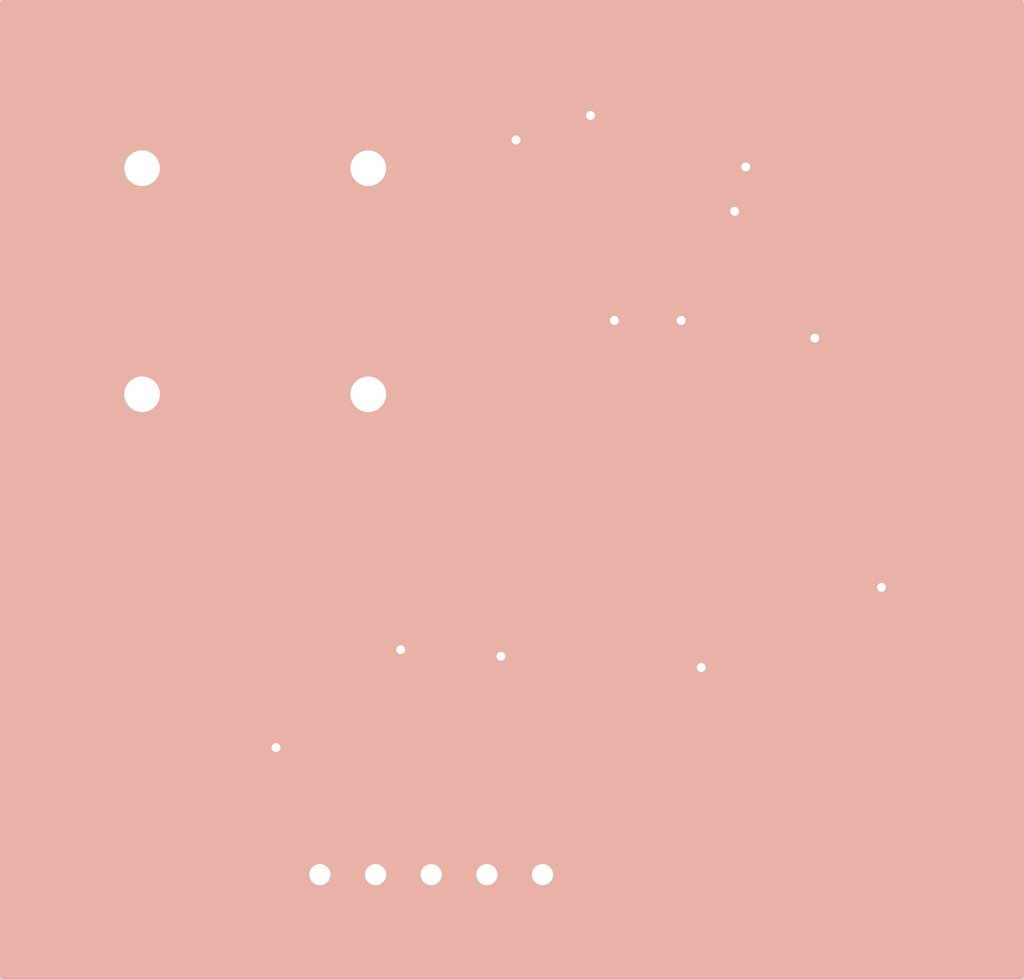
<source format=kicad_pcb>
(kicad_pcb (version 20240108) (generator "pcbnew") (generator_version "8.0")
  (layers (0 "F.Cu" signal) (31 "B.Cu" signal) (34 "B.Paste" user) (35 "F.Paste" user) (36 "B.SilkS" user "B.Silkscreen") (37 "F.SilkS" user "F.Silkscreen") (38 "B.Mask" user) (39 "F.Mask" user) (44 "Edge.Cuts" user))
  (net 0 "")
  (net 1 "Net-(D1-A)")
  (net 2 "/V_CELL_3")
  (net 3 "/V_CELL_2")
  (net 4 "/V_CELL_4")
  (net 5 "GND")
  (net 6 "/V_CELL_1")
  (net 7 "/CON_1")
  (net 8 "/CON_2")
  (net 9 "/CON_3")
  (net 10 "/CON_4")
  (net 11 "Net-(D2-A)")
  (net 12 "Net-(D3-A)")
  (net 13 "Net-(D4-A)")
  (net 14 "Net-(U5-1Y)")
  (net 15 "Net-(U5-2Y)")
  (net 19 "/V_OUT")
  (footprint "Resistor_SMD:R_0805_2012Metric" (layer "F.Cu") (at 55.7408 39.4992)
    (property "Reference" "R9" (hide yes))
    (property "Value" "70Ω" (hide yes))
    (pad "1" smd roundrect (at -0.9125 0) (size 1.025 1.4) (layers "F.Cu" "F.Paste" "F.Mask") (roundrect_rratio 0.243902) (net 9 "/CON_3"))
    (pad "2" smd roundrect (at 0.9125 0) (size 1.025 1.4) (layers "F.Cu" "F.Paste" "F.Mask") (roundrect_rratio 0.243902) (net 12 "Net-(D3-A)"))
  )
  (footprint "LED_SMD:LED_0805_2012Metric" (layer "F.Cu") (at 60 35.4992 180)
    (property "Reference" "D1" (at -0.5 1.9992 0) (layer "F.SilkS"))
    (property "Value" "LED" (hide yes))
    (pad "1" smd roundrect (at -0.9375 0 180) (size 0.975 1.4) (layers "F.Cu" "F.Paste" "F.Mask") (net 3 "/V_CELL_2"))
    (pad "2" smd roundrect (at 0.9375 0 180) (size 0.975 1.4) (layers "F.Cu" "F.Paste" "F.Mask") (net 1 "Net-(D1-A)"))
  )
  (footprint "Capacitor_SMD:C_0805_2012Metric" (layer "F.Cu") (at 57.5 55.05 90)
    (property "Reference" "C1" (at 2.5 -0.05 180) (layer "F.SilkS"))
    (property "Value" "1uF" (hide yes))
    (pad "1" smd roundrect (at -0.95 0 90) (size 1 1.45) (layers "F.Cu" "F.Paste" "F.Mask") (net 6 "/V_CELL_1"))
    (pad "2" smd roundrect (at 0.95 0 90) (size 1 1.45) (layers "F.Cu" "F.Paste" "F.Mask") (net 3 "/V_CELL_2"))
  )
  (footprint "LED_SMD:LED_0805_2012Metric" (layer "F.Cu") (at 60 37.5 180)
    (property "Reference" "D2" (hide yes))
    (property "Value" "LED" (hide yes))
    (pad "1" smd roundrect (at -0.9375 0 180) (size 0.975 1.4) (layers "F.Cu" "F.Paste" "F.Mask") (net 2 "/V_CELL_3"))
    (pad "2" smd roundrect (at 0.9375 0 180) (size 0.975 1.4) (layers "F.Cu" "F.Paste" "F.Mask") (net 11 "Net-(D2-A)"))
  )
  (footprint "Resistor_SMD:R_0805_2012Metric" (layer "F.Cu") (at 38.4675 59)
    (property "Reference" "R3" (at -0.268734 1.980901 180) (layer "F.SilkS"))
    (property "Value" "1MΩ" (hide yes))
    (pad "1" smd roundrect (at -0.9125 0) (size 1.025 1.4) (layers "F.Cu" "F.Paste" "F.Mask") (roundrect_rratio 0.243902) (net 9 "/CON_3"))
    (pad "2" smd roundrect (at 0.9125 0) (size 1.025 1.4) (layers "F.Cu" "F.Paste" "F.Mask") (roundrect_rratio 0.243902) (net 2 "/V_CELL_3"))
  )
  (footprint "Resistor_SMD:R_0805_2012Metric" (layer "F.Cu") (at 55.7808 35.4992)
    (property "Reference" "R7" (at -0.2808 -1.9992 0) (layer "F.SilkS"))
    (property "Value" "70Ω" (hide yes))
    (pad "1" smd roundrect (at -0.9125 0) (size 1.025 1.4) (layers "F.Cu" "F.Paste" "F.Mask") (roundrect_rratio 0.243902) (net 7 "/CON_1"))
    (pad "2" smd roundrect (at 0.9125 0) (size 1.025 1.4) (layers "F.Cu" "F.Paste" "F.Mask") (roundrect_rratio 0.243902) (net 1 "Net-(D1-A)"))
  )
  (footprint "Capacitor_SMD:C_0805_2012Metric" (layer "F.Cu") (at 48 55 90)
    (property "Reference" "C8" (at 2.55 0 180) (layer "F.SilkS"))
    (property "Value" "1uF" (hide yes))
    (pad "1" smd roundrect (at -0.95 0 90) (size 1 1.45) (layers "F.Cu" "F.Paste" "F.Mask") (net 3 "/V_CELL_2"))
    (pad "2" smd roundrect (at 0.95 0 90) (size 1 1.45) (layers "F.Cu" "F.Paste" "F.Mask") (net 2 "/V_CELL_3"))
  )
  (footprint "LED_SMD:LED_0805_2012Metric" (layer "F.Cu") (at 60 39.5 180)
    (property "Reference" "D3" (hide yes))
    (property "Value" "LED" (hide yes))
    (pad "1" smd roundrect (at -0.9375 0 180) (size 0.975 1.4) (layers "F.Cu" "F.Paste" "F.Mask") (net 4 "/V_CELL_4"))
    (pad "2" smd roundrect (at 0.9375 0 180) (size 0.975 1.4) (layers "F.Cu" "F.Paste" "F.Mask") (net 12 "Net-(D3-A)"))
  )
  (footprint "Package_TO_SOT_SMD:SOT-23" (layer "F.Cu") (at 54.55 55.0625 90)
    (property "Reference" "U1" (hide yes))
    (property "Value" "BD48L32G" (hide yes))
    (pad "1" smd roundrect (at -0.9375 -0.95 90) (size 1.475 0.6) (layers "F.Cu" "F.Paste" "F.Mask") (net 7 "/CON_1"))
    (pad "2" smd roundrect (at -0.9375 0.95 90) (size 1.475 0.6) (layers "F.Cu" "F.Paste" "F.Mask") (net 6 "/V_CELL_1"))
    (pad "3" smd roundrect (at 0.9375 0 90) (size 1.475 0.6) (layers "F.Cu" "F.Paste" "F.Mask") (net 3 "/V_CELL_2"))
  )
  (footprint "Capacitor_SMD:C_0805_2012Metric" (layer "F.Cu") (at 24 55.05 90)
    (property "Reference" "C6" (at 2.45 0 180) (layer "F.SilkS"))
    (property "Value" "1000pF" (hide yes))
    (pad "1" smd roundrect (at -0.95 0 90) (size 1 1.45) (layers "F.Cu" "F.Paste" "F.Mask") (net 10 "/CON_4"))
    (pad "2" smd roundrect (at 0.95 0 90) (size 1 1.45) (layers "F.Cu" "F.Paste" "F.Mask") (net 5 "GND"))
  )
  (footprint "Capacitor_SMD:C_0805_2012Metric" (layer "F.Cu") (at 39 55 90)
    (property "Reference" "C3" (at 2.55 0 180) (layer "F.SilkS"))
    (property "Value" "1uF" (hide yes))
    (pad "1" smd roundrect (at -0.95 0 90) (size 1 1.45) (layers "F.Cu" "F.Paste" "F.Mask") (net 2 "/V_CELL_3"))
    (pad "2" smd roundrect (at 0.95 0 90) (size 1 1.45) (layers "F.Cu" "F.Paste" "F.Mask") (net 4 "/V_CELL_4"))
  )
  (footprint "Resistor_SMD:R_0805_2012Metric" (layer "F.Cu") (at 46.0875 59)
    (property "Reference" "R1" (at -0.3975 2 180) (layer "F.SilkS"))
    (property "Value" "1MΩ" (hide yes))
    (pad "1" smd roundrect (at -0.9125 0) (size 1.025 1.4) (layers "F.Cu" "F.Paste" "F.Mask") (roundrect_rratio 0.243902) (net 7 "/CON_1"))
    (pad "2" smd roundrect (at 0.9125 0) (size 1.025 1.4) (layers "F.Cu" "F.Paste" "F.Mask") (roundrect_rratio 0.243902) (net 6 "/V_CELL_1"))
  )
  (footprint "Package_TO_SOT_SMD:SOT-23" (layer "F.Cu") (at 35.95 55.0625 90)
    (property "Reference" "U3" (hide yes))
    (property "Value" "BD48L32G" (hide yes))
    (pad "1" smd roundrect (at -0.9375 -0.95 90) (size 1.475 0.6) (layers "F.Cu" "F.Paste" "F.Mask") (net 9 "/CON_3"))
    (pad "2" smd roundrect (at -0.9375 0.95 90) (size 1.475 0.6) (layers "F.Cu" "F.Paste" "F.Mask") (net 2 "/V_CELL_3"))
    (pad "3" smd roundrect (at 0.9375 0 90) (size 1.475 0.6) (layers "F.Cu" "F.Paste" "F.Mask") (net 4 "/V_CELL_4"))
  )
  (footprint "Resistor_SMD:R_0805_2012Metric" (layer "F.Cu") (at 55.7408 41.4992)
    (property "Reference" "R10" (hide yes))
    (property "Value" "70Ω" (hide yes))
    (pad "1" smd roundrect (at -0.9125 0) (size 1.025 1.4) (layers "F.Cu" "F.Paste" "F.Mask") (roundrect_rratio 0.243902) (net 10 "/CON_4"))
    (pad "2" smd roundrect (at 0.9125 0) (size 1.025 1.4) (layers "F.Cu" "F.Paste" "F.Mask") (roundrect_rratio 0.243902) (net 13 "Net-(D4-A)"))
  )
  (footprint "SN74HC08DR:SOIC127P600X175-14N" (layer "F.Cu") (at 49 37 180)
    (property "Reference" "U5" (at 2.01 5.5 180) (layer "F.SilkS"))
    (property "Value" "SN74HC08DR" (hide yes))
    (pad "1" smd roundrect (at -2.475 -3.81 180) (size 1.97 0.6) (layers "F.Cu" "F.Paste" "F.Mask") (roundrect_rratio 0.15) (net 10 "/CON_4"))
    (pad "2" smd roundrect (at -2.475 -2.54 180) (size 1.97 0.6) (layers "F.Cu" "F.Paste" "F.Mask") (roundrect_rratio 0.15) (net 9 "/CON_3"))
    (pad "3" smd roundrect (at -2.475 -1.27 180) (size 1.97 0.6) (layers "F.Cu" "F.Paste" "F.Mask") (roundrect_rratio 0.15) (net 14 "Net-(U5-1Y)"))
    (pad "4" smd roundrect (at -2.475 0 180) (size 1.97 0.6) (layers "F.Cu" "F.Paste" "F.Mask") (roundrect_rratio 0.15) (net 8 "/CON_2"))
    (pad "5" smd roundrect (at -2.475 1.27 180) (size 1.97 0.6) (layers "F.Cu" "F.Paste" "F.Mask") (roundrect_rratio 0.15) (net 7 "/CON_1"))
    (pad "6" smd roundrect (at -2.475 2.54 180) (size 1.97 0.6) (layers "F.Cu" "F.Paste" "F.Mask") (roundrect_rratio 0.15) (net 15 "Net-(U5-2Y)"))
    (pad "7" smd roundrect (at -2.475 3.81 180) (size 1.97 0.6) (layers "F.Cu" "F.Paste" "F.Mask") (roundrect_rratio 0.15) (net 3 "/V_CELL_2"))
    (pad "8" smd roundrect (at 2.475 3.81 180) (size 1.97 0.6) (layers "F.Cu" "F.Paste" "F.Mask") (roundrect_rratio 0.15) (net 19 "/V_OUT"))
    (pad "9" smd roundrect (at 2.475 2.54 180) (size 1.97 0.6) (layers "F.Cu" "F.Paste" "F.Mask") (roundrect_rratio 0.15) (net 15 "Net-(U5-2Y)"))
    (pad "10" smd roundrect (at 2.475 1.27 180) (size 1.97 0.6) (layers "F.Cu" "F.Paste" "F.Mask") (roundrect_rratio 0.15) (net 14 "Net-(U5-1Y)"))
    (pad "11" smd roundrect (at 2.475 0 180) (size 1.97 0.6) (layers "F.Cu" "F.Paste" "F.Mask") (roundrect_rratio 0.15))
    (pad "12" smd roundrect (at 2.475 -1.27 180) (size 1.97 0.6) (layers "F.Cu" "F.Paste" "F.Mask") (roundrect_rratio 0.15))
    (pad "13" smd roundrect (at 2.475 -2.54 180) (size 1.97 0.6) (layers "F.Cu" "F.Paste" "F.Mask") (roundrect_rratio 0.15))
    (pad "14" smd roundrect (at 2.475 -3.81 180) (size 1.97 0.6) (layers "F.Cu" "F.Paste" "F.Mask") (roundrect_rratio 0.15) (net 6 "/V_CELL_1"))
  )
  (footprint "Capacitor_SMD:C_0805_2012Metric" (layer "F.Cu") (at 33 55 90)
    (property "Reference" "C4" (at 2.5 0 180) (layer "F.SilkS"))
    (property "Value" "1000pF" (hide yes))
    (pad "1" smd roundrect (at -0.95 0 90) (size 1 1.45) (layers "F.Cu" "F.Paste" "F.Mask") (net 9 "/CON_3"))
    (pad "2" smd roundrect (at 0.95 0 90) (size 1 1.45) (layers "F.Cu" "F.Paste" "F.Mask") (net 4 "/V_CELL_4"))
  )
  (footprint "LED_SMD:LED_0805_2012Metric" (layer "F.Cu") (at 60 41.5 180)
    (property "Reference" "D4" (hide yes))
    (property "Value" "LED" (hide yes))
    (pad "1" smd roundrect (at -0.9375 0 180) (size 0.975 1.4) (layers "F.Cu" "F.Paste" "F.Mask") (net 5 "GND"))
    (pad "2" smd roundrect (at 0.9375 0 180) (size 0.975 1.4) (layers "F.Cu" "F.Paste" "F.Mask") (net 13 "Net-(D4-A)"))
  )
  (footprint "Resistor_SMD:R_0805_2012Metric" (layer "F.Cu") (at 42.2775 59)
    (property "Reference" "R2" (at -0.3467 1.8984 180) (layer "F.SilkS"))
    (property "Value" "1MΩ" (hide yes))
    (pad "1" smd roundrect (at -0.9125 0) (size 1.025 1.4) (layers "F.Cu" "F.Paste" "F.Mask") (roundrect_rratio 0.243902) (net 8 "/CON_2"))
    (pad "2" smd roundrect (at 0.9125 0) (size 1.025 1.4) (layers "F.Cu" "F.Paste" "F.Mask") (roundrect_rratio 0.243902) (net 3 "/V_CELL_2"))
  )
  (footprint "1986660_2:TE_1986660-2" (layer "F.Cu") (at 36.5425 45.72 180)
    (property "Reference" "J2" (at -2.905 -3.485 360) (layer "F.SilkS"))
    (property "Value" "1986660-2" (hide yes))
    (pad "1_1" thru_hole rect (at 0 0 180) (size 1.95 1.95) (drill 1.6) (layers "*.Cu" "*.Mask") (net 3 "/V_CELL_2"))
    (pad "1_2" thru_hole rect (at 0 10.16 180) (size 1.95 1.95) (drill 1.6) (layers "*.Cu" "*.Mask"))
    (pad "2_1" thru_hole circle (at 10.16 0 180) (size 1.95 1.95) (drill 1.6) (layers "*.Cu" "*.Mask") (net 19 "/V_OUT"))
    (pad "2_2" thru_hole circle (at 10.16 10.16 180) (size 1.95 1.95) (drill 1.6) (layers "*.Cu" "*.Mask"))
  )
  (footprint "Capacitor_SMD:C_0805_2012Metric" (layer "F.Cu") (at 42 55.05 90)
    (property "Reference" "C5" (at 2.55 0 180) (layer "F.SilkS"))
    (property "Value" "1000pF" (hide yes))
    (pad "1" smd roundrect (at -0.95 0 90) (size 1 1.45) (layers "F.Cu" "F.Paste" "F.Mask") (net 8 "/CON_2"))
    (pad "2" smd roundrect (at 0.95 0 90) (size 1 1.45) (layers "F.Cu" "F.Paste" "F.Mask") (net 2 "/V_CELL_3"))
  )
  (footprint "Package_TO_SOT_SMD:SOT-23" (layer "F.Cu") (at 45.05 55.0625 90)
    (property "Reference" "U2" (hide yes))
    (property "Value" "BD48L32G" (hide yes))
    (pad "1" smd roundrect (at -0.9375 -0.95 90) (size 1.475 0.6) (layers "F.Cu" "F.Paste" "F.Mask") (net 8 "/CON_2"))
    (pad "2" smd roundrect (at -0.9375 0.95 90) (size 1.475 0.6) (layers "F.Cu" "F.Paste" "F.Mask") (net 3 "/V_CELL_2"))
    (pad "3" smd roundrect (at 0.9375 0 90) (size 1.475 0.6) (layers "F.Cu" "F.Paste" "F.Mask") (net 2 "/V_CELL_3"))
  )
  (footprint "Package_TO_SOT_SMD:SOT-23" (layer "F.Cu") (at 27.05 55.0625 90)
    (property "Reference" "U4" (hide yes))
    (property "Value" "BD48L32G" (hide yes))
    (pad "1" smd roundrect (at -0.9375 -0.95 90) (size 1.475 0.6) (layers "F.Cu" "F.Paste" "F.Mask") (net 10 "/CON_4"))
    (pad "2" smd roundrect (at -0.9375 0.95 90) (size 1.475 0.6) (layers "F.Cu" "F.Paste" "F.Mask") (net 4 "/V_CELL_4"))
    (pad "3" smd roundrect (at 0.9375 0 90) (size 1.475 0.6) (layers "F.Cu" "F.Paste" "F.Mask") (net 5 "GND"))
  )
  (footprint "Resistor_SMD:R_0805_2012Metric" (layer "F.Cu") (at 55.7408 37.4992)
    (property "Reference" "R8" (hide yes))
    (property "Value" "70Ω" (hide yes))
    (pad "1" smd roundrect (at -0.9125 0) (size 1.025 1.4) (layers "F.Cu" "F.Paste" "F.Mask") (roundrect_rratio 0.243902) (net 8 "/CON_2"))
    (pad "2" smd roundrect (at 0.9125 0) (size 1.025 1.4) (layers "F.Cu" "F.Paste" "F.Mask") (roundrect_rratio 0.243902) (net 11 "Net-(D2-A)"))
  )
  (footprint "Capacitor_SMD:C_0805_2012Metric" (layer "F.Cu") (at 30 55.05 90)
    (property "Reference" "C7" (at 2.45 -0.05 180) (layer "F.SilkS"))
    (property "Value" "1uF" (hide yes))
    (pad "1" smd roundrect (at -0.95 0 90) (size 1 1.45) (layers "F.Cu" "F.Paste" "F.Mask") (net 4 "/V_CELL_4"))
    (pad "2" smd roundrect (at 0.95 0 90) (size 1 1.45) (layers "F.Cu" "F.Paste" "F.Mask") (net 5 "GND"))
  )
  (footprint "Capacitor_SMD:C_0805_2012Metric" (layer "F.Cu") (at 51.5 55 90)
    (property "Reference" "C2" (at 2.55 0 180) (layer "F.SilkS"))
    (property "Value" "1000pF" (hide yes))
    (pad "1" smd roundrect (at -0.95 0 90) (size 1 1.45) (layers "F.Cu" "F.Paste" "F.Mask") (net 7 "/CON_1"))
    (pad "2" smd roundrect (at 0.95 0 90) (size 1 1.45) (layers "F.Cu" "F.Paste" "F.Mask") (net 3 "/V_CELL_2"))
  )
  (footprint "Resistor_SMD:R_0805_2012Metric" (layer "F.Cu") (at 34.591366 59)
    (property "Reference" "R4" (at -0.3569 1.980901 180) (layer "F.SilkS"))
    (property "Value" "1MΩ" (hide yes))
    (pad "1" smd roundrect (at -0.9125 0) (size 1.025 1.4) (layers "F.Cu" "F.Paste" "F.Mask") (roundrect_rratio 0.243902) (net 10 "/CON_4"))
    (pad "2" smd roundrect (at 0.9125 0) (size 1.025 1.4) (layers "F.Cu" "F.Paste" "F.Mask") (roundrect_rratio 0.243902) (net 4 "/V_CELL_4"))
  )
  (footprint "Connector_JST:JST_XH_B5B-XH-A_1x05_P2.50mm_Vertical" (layer "F.Cu") (at 44.37 67.31 180)
    (property "Reference" "J3" (at 5 -3.55 0) (layer "F.SilkS"))
    (property "Value" "B5B-XH-A")
    (pad "1" thru_hole roundrect (at 0 0 180) (size 1.7 1.95) (drill 0.95) (layers "*.Cu" "*.Mask") (roundrect_rratio 0.147059) (net 6 "/V_CELL_1"))
    (pad "2" thru_hole oval (at 2.5 0 180) (size 1.7 1.95) (drill 0.95) (layers "*.Cu" "*.Mask") (net 3 "/V_CELL_2"))
    (pad "3" thru_hole oval (at 5 0 180) (size 1.7 1.95) (drill 0.95) (layers "*.Cu" "*.Mask") (net 2 "/V_CELL_3"))
    (pad "4" thru_hole oval (at 7.5 0 180) (size 1.7 1.95) (drill 0.95) (layers "*.Cu" "*.Mask") (net 4 "/V_CELL_4"))
    (pad "5" thru_hole oval (at 10 0 180) (size 1.7 1.95) (drill 0.95) (layers "*.Cu" "*.Mask") (net 5 "GND"))
  )
  (footprint "LOGO" (layer "B.Cu") (at 58 40.2 180)
    (property "Reference" "C***" (hide yes))
    (property "Value" "LOGO" (hide yes))
  )
  (gr_text "+" (at 37.559199 50.249499 90) (layer "B.SilkS") (effects (font (size 1 1))))
  (gr_text "IRIS - XV\nBMS\nHenry Lin, Rina Manxhuka, Janine Zhu\nJakub Wojdyla, Hriday Shah, Joe Hanger\nBen Saarva, Medha Hariharan, Jashan Virdi\nSophie Yang, Nihar Koganti" (at 65.2 53 0) (layer "B.SilkS") (effects (font (size 1 1)) (justify left bottom mirror)))
  (gr_text "+" (at 37.559199 50.249499 90) (layer "F.SilkS") (effects (font (size 1 1))))
  (segment (start 56.6933 35.4992) (end 59.0625 35.4992) (width 0.25) (layer "F.Cu") (net 1))
  (segment (start 39.38 59) (end 39.38 56.33) (width 0.25) (layer "F.Cu") (net 2))
  (segment (start 60.9375 37.5) (end 63.4375 40) (width 0.25) (layer "F.Cu") (net 2))
  (segment (start 45.025 54.1) (end 45.05 54.125) (width 0.25) (layer "F.Cu") (net 2))
  (segment (start 44.975 54.05) (end 45.05 54.125) (width 0.25) (layer "F.Cu") (net 2))
  (segment (start 48 54.05) (end 45.125 54.05) (width 0.25) (layer "F.Cu") (net 2))
  (segment (start 39.38 56.33) (end 39 55.95) (width 0.25) (layer "F.Cu") (net 2))
  (segment (start 63.4375 40) (end 63.5 40) (width 0.25) (layer "F.Cu") (net 2))
  (segment (start 36.9 56) (end 38.95 56) (width 0.25) (layer "F.Cu") (net 2))
  (segment (start 52 47) (end 48 51) (width 0.25) (layer "F.Cu") (net 2))
  (segment (start 38.95 56) (end 39 55.95) (width 0.25) (layer "F.Cu") (net 2))
  (segment (start 39.515 56.465) (end 39 55.95) (width 0.25) (layer "F.Cu") (net 2))
  (segment (start 39.37 67.31) (end 39.37 59.01) (width 0.25) (layer "F.Cu") (net 2))
  (segment (start 60.5 47) (end 52 47) (width 0.25) (layer "F.Cu") (net 2))
  (segment (start 42 54.1) (end 45.025 54.1) (width 0.25) (layer "F.Cu") (net 2))
  (segment (start 45.125 54.05) (end 45.05 54.125) (width 0.25) (layer "F.Cu") (net 2))
  (segment (start 63.5 40) (end 63.5 44) (width 0.25) (layer "F.Cu") (net 2))
  (segment (start 40.85 54.1) (end 39 55.95) (width 0.25) (layer "F.Cu") (net 2))
  (segment (start 39.37 59.01) (end 39.38 59) (width 0.25) (layer "F.Cu") (net 2))
  (segment (start 48 51) (end 48 54.05) (width 0.25) (layer "F.Cu") (net 2))
  (segment (start 42 54.1) (end 40.85 54.1) (width 0.25) (layer "F.Cu") (net 2))
  (segment (start 63.5 44) (end 60.5 47) (width 0.25) (layer "F.Cu") (net 2))
  (segment (start 65 46.6) (end 57.5 54.1) (width 0.25) (layer "F.Cu") (net 3))
  (segment (start 41.87 67.31) (end 41.87 60.32) (width 0.25) (layer "F.Cu") (net 3))
  (segment (start 54.875 54.125) (end 54.9 54.1) (width 0.25) (layer "F.Cu") (net 3))
  (segment (start 44.45 39.37) (end 44.45 31.75) (width 0.25) (layer "F.Cu") (net 3))
  (segment (start 43.19 59) (end 43.19 59.325) (width 0.25) (layer "F.Cu") (net 3))
  (segment (start 45.72 30.48) (end 48.765 30.48) (width 0.25) (layer "F.Cu") (net 3))
  (segment (start 65 39.5617) (end 65 46.6) (width 0.25) (layer "F.Cu") (net 3))
  (segment (start 51.5 54.05) (end 49.9 54.05) (width 0.25) (layer "F.Cu") (net 3))
  (segment (start 38.1 45.72) (end 44.45 39.37) (width 0.25) (layer "F.Cu") (net 3))
  (segment (start 60.9375 35.4992) (end 58.6283 33.19) (width 0.25) (layer "F.Cu") (net 3))
  (segment (start 51.5 54.05) (end 54.475 54.05) (width 0.25) (layer "F.Cu") (net 3))
  (segment (start 49.9 54.05) (end 48 55.95) (width 0.25) (layer "F.Cu") (net 3))
  (segment (start 58.6283 33.19) (end 51.475 33.19) (width 0.25) (layer "F.Cu") (net 3))
  (segment (start 43.19 59) (end 43.19 58.81) (width 0.25) (layer "F.Cu") (net 3))
  (segment (start 36.83 45.72) (end 38.1 45.72) (width 0.25) (layer "F.Cu") (net 3))
  (segment (start 43.19 58.81) (end 46 56) (width 0.25) (layer "F.Cu") (net 3))
  (segment (start 54.475 54.05) (end 54.55 54.125) (width 0.25) (layer "F.Cu") (net 3))
  (segment (start 48.765 30.48) (end 51.475 33.19) (width 0.25) (layer "F.Cu") (net 3))
  (segment (start 46.05 55.95) (end 46 56) (width 0.25) (layer "F.Cu") (net 3))
  (segment (start 60.9375 35.4992) (end 65 39.5617) (width 0.25) (layer "F.Cu") (net 3))
  (segment (start 54.9 54.1) (end 57.5 54.1) (width 0.25) (layer "F.Cu") (net 3))
  (segment (start 48 55.95) (end 46.05 55.95) (width 0.25) (layer "F.Cu") (net 3))
  (segment (start 44.45 31.75) (end 45.72 30.48) (width 0.25) (layer "F.Cu") (net 3))
  (segment (start 41.87 60.32) (end 43.19 59) (width 0.25) (layer "F.Cu") (net 3))
  (segment (start 54.55 54.125) (end 54.875 54.125) (width 0.25) (layer "F.Cu") (net 3))
  (segment (start 60.9375 39.5) (end 62 40.5625) (width 0.25) (layer "F.Cu") (net 4))
  (segment (start 31.913866 56.775) (end 31.138866 56) (width 0.25) (layer "F.Cu") (net 4))
  (segment (start 33 54.05) (end 35.875 54.05) (width 0.25) (layer "F.Cu") (net 4))
  (segment (start 35.503866 59) (end 33.278866 56.775) (width 0.25) (layer "F.Cu") (net 4))
  (segment (start 36.87 60.366134) (end 35.503866 59) (width 0.25) (layer "F.Cu") (net 4))
  (segment (start 31.95 54.05) (end 30 56) (width 0.25) (layer "F.Cu") (net 4))
  (segment (start 35.95 54.125) (end 38.925 54.125) (width 0.25) (layer "F.Cu") (net 4))
  (segment (start 39 51.5) (end 39 54.05) (width 0.25) (layer "F.Cu") (net 4))
  (segment (start 31.138866 56) (end 30 56) (width 0.25) (layer "F.Cu") (net 4))
  (segment (start 62 43.5) (end 60 45.5) (width 0.25) (layer "F.Cu") (net 4))
  (segment (start 38.925 54.125) (end 39 54.05) (width 0.25) (layer "F.Cu") (net 4))
  (segment (start 60 45.5) (end 45 45.5) (width 0.25) (layer "F.Cu") (net 4))
  (segment (start 33.278866 56.775) (end 31.913866 56.775) (width 0.25) (layer "F.Cu") (net 4))
  (segment (start 28 56) (end 30 56) (width 0.25) (layer "F.Cu") (net 4))
  (segment (start 36.87 67.31) (end 36.87 60.366134) (width 0.25) (layer "F.Cu") (net 4))
  (segment (start 62 40.5625) (end 62 43.5) (width 0.25) (layer "F.Cu") (net 4))
  (segment (start 45 45.5) (end 39 51.5) (width 0.25) (layer "F.Cu") (net 4))
  (segment (start 33 54.05) (end 31.95 54.05) (width 0.25) (layer "F.Cu") (net 4))
  (segment (start 35.875 54.05) (end 35.95 54.125) (width 0.25) (layer "F.Cu") (net 4))
  (segment (start 32.56 67.31) (end 34.37 67.31) (width 0.25) (layer "F.Cu") (net 5))
  (segment (start 22.4 57.15) (end 22.4 54.9) (width 0.25) (layer "F.Cu") (net 5))
  (segment (start 27.05 54.125) (end 29.975 54.125) (width 0.25) (layer "F.Cu") (net 5))
  (segment (start 42.36 44) (end 58.4375 44) (width 0.25) (layer "F.Cu") (net 5))
  (segment (start 22.4 54.9) (end 23.2 54.1) (width 0.25) (layer "F.Cu") (net 5))
  (segment (start 30 54.1) (end 33.02 51.08) (width 0.25) (layer "F.Cu") (net 5))
  (segment (start 22.4 57.9) (end 22.4 57.15) (width 0.25) (layer "F.Cu") (net 5))
  (segment (start 29.975 54.125) (end 30 54.1) (width 0.25) (layer "F.Cu") (net 5))
  (segment (start 35.28 51.08) (end 42.36 44) (width 0.25) (layer "F.Cu") (net 5))
  (segment (start 27.025 54.1) (end 27.05 54.125) (width 0.25) (layer "F.Cu") (net 5))
  (segment (start 23.2 54.1) (end 24 54.1) (width 0.25) (layer "F.Cu") (net 5))
  (segment (start 33.02 51.08) (end 35.28 51.08) (width 0.25) (layer "F.Cu") (net 5))
  (segment (start 22.4 57.15) (end 32.56 67.31) (width 0.25) (layer "F.Cu") (net 5))
  (segment (start 24 54.1) (end 27.025 54.1) (width 0.25) (layer "F.Cu") (net 5))
  (segment (start 58.4375 44) (end 60.9375 41.5) (width 0.25) (layer "F.Cu") (net 5))
  (segment (start 59.6 54.4) (end 59.6 55) (width 0.25) (layer "F.Cu") (net 6))
  (segment (start 44.37 61.63) (end 47 59) (width 0.25) (layer "F.Cu") (net 6))
  (segment (start 55.5 56) (end 57.5 56) (width 0.25) (layer "F.Cu") (net 6))
  (segment (start 52.5 59) (end 55.5 56) (width 0.25) (layer "F.Cu") (net 6))
  (segment (start 59.6 55) (end 58.6 56) (width 0.25) (layer "F.Cu") (net 6))
  (segment (start 58.6 56) (end 57.5 56) (width 0.25) (layer "F.Cu") (net 6))
  (segment (start 46.525 42.350305) (end 47.374695 43.2) (width 0.25) (layer "F.Cu") (net 6))
  (segment (start 44.37 67.31) (end 44.37 61.63) (width 0.25) (layer "F.Cu") (net 6))
  (segment (start 47.374695 43.2) (end 56.6 43.2) (width 0.25) (layer "F.Cu") (net 6))
  (segment (start 46.525 40.81) (end 46.525 42.350305) (width 0.25) (layer "F.Cu") (net 6))
  (segment (start 47 59) (end 52.5 59) (width 0.25) (layer "F.Cu") (net 6))
  (via (at 56.6 43.2) (size 0.8) (drill 0.4) (layers "F.Cu" "B.Cu") (net 6))
  (via (at 59.6 54.4) (size 0.8) (drill 0.4) (layers "F.Cu" "B.Cu") (net 6))
  (segment (start 59.6 46.2) (end 59.6 54.4) (width 0.25) (layer "B.Cu") (net 6))
  (segment (start 56.6 43.2) (end 59.6 46.2) (width 0.25) (layer "B.Cu") (net 6))
  (segment (start 45.175 59) (end 46.2 57.975) (width 0.25) (layer "F.Cu") (net 7))
  (segment (start 50.225 57.225) (end 51.5 55.95) (width 0.25) (layer "F.Cu") (net 7))
  (segment (start 54.8683 35.4992) (end 53.5 35.4992) (width 0.25) (layer "F.Cu") (net 7))
  (segment (start 49.475 57.975) (end 51.475 57.975) (width 0.25) (layer "F.Cu") (net 7))
  (segment (start 53.55 55.95) (end 53.6 56) (width 0.25) (layer "F.Cu") (net 7))
  (segment (start 53.5 35.4992) (end 51.7058 35.4992) (width 0.25) (layer "F.Cu") (net 7))
  (segment (start 51.475 57.975) (end 51.5 58) (width 0.25) (layer "F.Cu") (net 7))
  (segment (start 51.5 55.95) (end 53.55 55.95) (width 0.25) (layer "F.Cu") (net 7))
  (segment (start 46.2 57.975) (end 49.475 57.975) (width 0.25) (layer "F.Cu") (net 7))
  (segment (start 49.475 57.975) (end 50.225 57.225) (width 0.25) (layer "F.Cu") (net 7))
  (segment (start 51.7058 35.4992) (end 51.475 35.73) (width 0.5) (layer "F.Cu") (net 7))
  (segment (start 54.8675 35.5) (end 54.8683 35.4992) (width 0.5) (layer "F.Cu") (net 7))
  (via (at 53.5 35.4992) (size 0.8) (drill 0.4) (layers "F.Cu" "B.Cu") (net 7))
  (via (at 51.5 58) (size 0.8) (drill 0.4) (layers "F.Cu" "B.Cu") (net 7))
  (segment (start 53.5 35.4992) (end 53.5 35.5) (width 0.5) (layer "B.Cu") (net 7))
  (segment (start 53.5 35.5) (end 54 36) (width 0.25) (layer "B.Cu") (net 7))
  (segment (start 52.5 58) (end 51.5 58) (width 0.25) (layer "B.Cu") (net 7))
  (segment (start 54 36) (end 54 56.5) (width 0.25) (layer "B.Cu") (net 7))
  (segment (start 54 56.5) (end 52.5 58) (width 0.25) (layer "B.Cu") (net 7))
  (segment (start 41.365 56.635) (end 42 56) (width 0.25) (layer "F.Cu") (net 8))
  (segment (start 54.8283 37.4992) (end 53 37.4992) (width 0.25) (layer "F.Cu") (net 8))
  (segment (start 42.5 56.5) (end 42 56) (width 0.25) (layer "F.Cu") (net 8))
  (segment (start 41.365 59) (end 41.365 56.635) (width 0.25) (layer "F.Cu") (net 8))
  (segment (start 42.5 57.5) (end 42.5 56.5) (width 0.25) (layer "F.Cu") (net 8))
  (segment (start 53 37.4992) (end 51.9742 37.4992) (width 0.25) (layer "F.Cu") (net 8))
  (segment (start 51.9742 37.4992) (end 51.475 37) (width 0.25) (layer "F.Cu") (net 8))
  (segment (start 42 56) (end 44.1 56) (width 0.25) (layer "F.Cu") (net 8))
  (via (at 42.5 57.5) (size 0.8) (drill 0.4) (layers "F.Cu" "B.Cu") (net 8))
  (via (at 53 37.4992) (size 0.8) (drill 0.4) (layers "F.Cu" "B.Cu") (net 8))
  (segment (start 43.5 57.5) (end 42.5 57.5) (width 0.25) (layer "B.Cu") (net 8))
  (segment (start 53.55 38.0492) (end 53.55 47.45) (width 0.25) (layer "B.Cu") (net 8))
  (segment (start 53 37.4992) (end 53.55 38.0492) (width 0.25) (layer "B.Cu") (net 8))
  (segment (start 53.55 47.45) (end 43.5 57.5) (width 0.25) (layer "B.Cu") (net 8))
  (segment (start 37.555 59) (end 37.555 58.555) (width 0.25) (layer "F.Cu") (net 9))
  (segment (start 37.555 58.555) (end 35 56) (width 0.25) (layer "F.Cu") (net 9))
  (segment (start 35.0875 55.6454) (end 35.05 55.6079) (width 0.5) (layer "F.Cu") (net 9))
  (segment (start 51.475 39.54) (end 50.46 39.54) (width 0.25) (layer "F.Cu") (net 9))
  (segment (start 50.46 39.54) (end 47.6 42.4) (width 0.25) (layer "F.Cu") (net 9))
  (segment (start 54.8283 39.4992) (end 51.5158 39.4992) (width 0.25) (layer "F.Cu") (net 9))
  (segment (start 51.5158 39.4992) (end 51.475 39.54) (width 0.25) (layer "F.Cu") (net 9))
  (segment (start 38 58.555) (end 37.555 59) (width 0.25) (layer "F.Cu") (net 9))
  (segment (start 33 55.95) (end 34.95 55.95) (width 0.25) (layer "F.Cu") (net 9))
  (segment (start 34.95 55.95) (end 35 56) (width 0.25) (layer "F.Cu") (net 9))
  (segment (start 38 57.2) (end 38 58.555) (width 0.25) (layer "F.Cu") (net 9))
  (via (at 38 57.2) (size 0.8) (drill 0.4) (layers "F.Cu" "B.Cu") (net 9))
  (via (at 47.6 42.4) (size 0.8) (drill 0.4) (layers "F.Cu" "B.Cu") (net 9))
  (segment (start 38 52) (end 38 57.2) (width 0.25) (layer "B.Cu") (net 9))
  (segment (start 47.6 42.4) (end 38 52) (width 0.25) (layer "B.Cu") (net 9))
  (segment (start 51.2634 42.4) (end 50.6 42.4) (width 0.25) (layer "F.Cu") (net 10))
  (segment (start 24 56) (end 26.1 56) (width 0.25) (layer "F.Cu") (net 10))
  (segment (start 33.678866 59) (end 29.1 59) (width 0.25) (layer "F.Cu") (net 10))
  (segment (start 32.4 61.6) (end 33.678866 60.321134) (width 0.25) (layer "F.Cu") (net 10))
  (segment (start 33.678866 60.321134) (end 33.678866 59) (width 0.25) (layer "F.Cu") (net 10))
  (segment (start 52.1642 41.4992) (end 51.2634 42.4) (width 0.25) (layer "F.Cu") (net 10))
  (segment (start 54.9375 41.39) (end 54.8283 41.4992) (width 0.5) (layer "F.Cu") (net 10))
  (segment (start 29.1 59) (end 26.1 56) (width 0.25) (layer "F.Cu") (net 10))
  (segment (start 52.1642 41.4992) (end 51.475 40.81) (width 0.25) (layer "F.Cu") (net 10))
  (segment (start 54.8283 41.4992) (end 52.1642 41.4992) (width 0.25) (layer "F.Cu") (net 10))
  (via (at 32.4 61.6) (size 0.8) (drill 0.4) (layers "F.Cu" "B.Cu") (net 10))
  (via (at 50.6 42.4) (size 0.8) (drill 0.4) (layers "F.Cu" "B.Cu") (net 10))
  (segment (start 40.2 58.8) (end 37.4 61.6) (width 0.25) (layer "B.Cu") (net 10))
  (segment (start 50.6 42.4) (end 40.2 52.8) (width 0.25) (layer "B.Cu") (net 10))
  (segment (start 40.2 52.8) (end 40.2 58.8) (width 0.25) (layer "B.Cu") (net 10))
  (segment (start 37.4 61.6) (end 32.4 61.6) (width 0.25) (layer "B.Cu") (net 10))
  (segment (start 59.0617 37.4992) (end 59.0625 37.5) (width 0.25) (layer "F.Cu") (net 11))
  (segment (start 56.6533 37.4992) (end 59.0617 37.4992) (width 0.25) (layer "F.Cu") (net 11))
  (segment (start 56.6533 39.4992) (end 59.0617 39.4992) (width 0.25) (layer "F.Cu") (net 12))
  (segment (start 59.0617 39.4992) (end 59.0625 39.5) (width 0.25) (layer "F.Cu") (net 12))
  (segment (start 56.6533 41.4992) (end 59.0617 41.4992) (width 0.25) (layer "F.Cu") (net 13))
  (segment (start 59.0617 41.4992) (end 59.0625 41.5) (width 0.25) (layer "F.Cu") (net 13))
  (segment (start 46.949392 35.73) (end 46.525 35.73) (width 0.25) (layer "F.Cu") (net 14))
  (segment (start 49.489392 38.27) (end 46.949392 35.73) (width 0.25) (layer "F.Cu") (net 14))
  (segment (start 51.475 38.27) (end 49.489392 38.27) (width 0.25) (layer "F.Cu") (net 14))
  (segment (start 46.525 34.46) (end 51.475 34.46) (width 0.25) (layer "F.Cu") (net 15))
  (segment (start 26.3825 45.72) (end 31.75 45.72) (width 0.25) (layer "F.Cu") (net 19))
  (segment (start 31.75 45.72) (end 43.18 34.29) (width 0.25) (layer "F.Cu") (net 19))
  (via (at 46.525 33.19) (size 0.8) (drill 0.4) (layers "F.Cu" "B.Cu") (net 19))
  (via (at 43.18 34.29) (size 0.8) (drill 0.4) (layers "F.Cu" "B.Cu") (net 19))
  (segment (start 44.28 33.19) (end 46.525 33.19) (width 0.25) (layer "B.Cu") (net 19))
  (segment (start 43.18 34.29) (end 44.28 33.19) (width 0.25) (layer "B.Cu") (net 19))
  (zone (net 5) (net_name "GND") (layer "F.Cu") (connect_pads (clearance 0.5)) (min_thickness 0.25) (fill yes (thermal_gap 0.5) (thermal_bridge_width 0.5))
    (polygon (pts (xy 66 28) (xy 20 28) (xy 20 72) (xy 66 72)))
  )
  (zone (net 5) (net_name "GND") (layer "B.Cu") (priority 1) (connect_pads (clearance 0.5)) (min_thickness 0.25) (fill yes (thermal_gap 0.5) (thermal_bridge_width 0.5))
    (polygon (pts (xy 66 28) (xy 20 28) (xy 20 72) (xy 66 72)))
  )
  (zone (net 0) (net_name "") (layer "B.SilkS") (connect_pads (clearance 0.5)) (min_thickness 0.25) (fill yes (thermal_gap 0.5) (thermal_bridge_width 0.5))
    (polygon (pts (xy 20 28) (xy 20 72) (xy 66 72) (xy 66 28)))
  )
)
</source>
